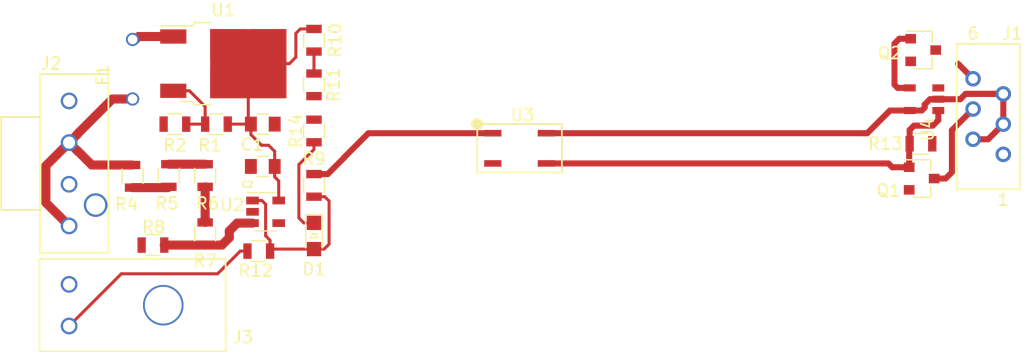
<source format=kicad_pcb>
(kicad_pcb (version 20171130) (host pcbnew 5.0.2-bee76a0~70~ubuntu16.04.1)

  (general
    (thickness 1.6)
    (drawings 0)
    (tracks 114)
    (zones 0)
    (modules 26)
    (nets 21)
  )

  (page A4)
  (layers
    (0 F.Cu signal)
    (31 B.Cu signal)
    (32 B.Adhes user)
    (33 F.Adhes user)
    (34 B.Paste user)
    (35 F.Paste user)
    (36 B.SilkS user)
    (37 F.SilkS user)
    (38 B.Mask user)
    (39 F.Mask user)
    (40 Dwgs.User user)
    (41 Cmts.User user)
    (42 Eco1.User user)
    (43 Eco2.User user)
    (44 Edge.Cuts user)
    (45 Margin user)
    (46 B.CrtYd user)
    (47 F.CrtYd user)
    (48 B.Fab user)
    (49 F.Fab user)
  )

  (setup
    (last_trace_width 0.508)
    (user_trace_width 0.1524)
    (user_trace_width 0.254)
    (user_trace_width 0.508)
    (user_trace_width 0.762)
    (trace_clearance 0.1524)
    (zone_clearance 0.508)
    (zone_45_only no)
    (trace_min 0.1524)
    (segment_width 0.2)
    (edge_width 0.15)
    (via_size 0.6096)
    (via_drill 0.3048)
    (via_min_size 0.6096)
    (via_min_drill 0.3048)
    (uvia_size 0.3)
    (uvia_drill 0.1)
    (uvias_allowed no)
    (uvia_min_size 0.2)
    (uvia_min_drill 0.1)
    (pcb_text_width 0.3)
    (pcb_text_size 1.5 1.5)
    (mod_edge_width 0.15)
    (mod_text_size 1 1)
    (mod_text_width 0.15)
    (pad_size 1.524 1.524)
    (pad_drill 0.762)
    (pad_to_mask_clearance 0.051)
    (solder_mask_min_width 0.25)
    (aux_axis_origin 0 0)
    (visible_elements FFFFFF7F)
    (pcbplotparams
      (layerselection 0x010fc_ffffffff)
      (usegerberextensions false)
      (usegerberattributes false)
      (usegerberadvancedattributes false)
      (creategerberjobfile false)
      (excludeedgelayer true)
      (linewidth 0.100000)
      (plotframeref false)
      (viasonmask false)
      (mode 1)
      (useauxorigin false)
      (hpglpennumber 1)
      (hpglpenspeed 20)
      (hpglpendiameter 15.000000)
      (psnegative false)
      (psa4output false)
      (plotreference true)
      (plotvalue true)
      (plotinvisibletext false)
      (padsonsilk false)
      (subtractmaskfromsilk false)
      (outputformat 1)
      (mirror false)
      (drillshape 1)
      (scaleselection 1)
      (outputdirectory ""))
  )

  (net 0 "")
  (net 1 /AIL-)
  (net 2 /5V)
  (net 3 "Net-(D1-Pad2)")
  (net 4 "Net-(D1-Pad1)")
  (net 5 "Net-(F1-Pad1)")
  (net 6 /TS+)
  (net 7 /GLV+)
  (net 8 /AIL+)
  (net 9 GND)
  (net 10 /TSAL_RED-)
  (net 11 /TSAL_GREEN-)
  (net 12 /TSAL_FLAG)
  (net 13 "Net-(Q2-Pad1)")
  (net 14 "Net-(R1-Pad2)")
  (net 15 "Net-(R4-Pad1)")
  (net 16 "Net-(R5-Pad1)")
  (net 17 "Net-(R6-Pad1)")
  (net 18 "Net-(R10-Pad1)")
  (net 19 "Net-(R7-Pad1)")
  (net 20 "Net-(R9-Pad1)")

  (net_class Default "This is the default net class."
    (clearance 0.1524)
    (trace_width 0.1524)
    (via_dia 0.6096)
    (via_drill 0.3048)
    (uvia_dia 0.3)
    (uvia_drill 0.1)
    (add_net /5V)
    (add_net /AIL+)
    (add_net /AIL-)
    (add_net /GLV+)
    (add_net /TS+)
    (add_net /TSAL_FLAG)
    (add_net /TSAL_GREEN-)
    (add_net /TSAL_RED-)
    (add_net GND)
    (add_net "Net-(D1-Pad1)")
    (add_net "Net-(D1-Pad2)")
    (add_net "Net-(F1-Pad1)")
    (add_net "Net-(Q2-Pad1)")
    (add_net "Net-(R1-Pad2)")
    (add_net "Net-(R10-Pad1)")
    (add_net "Net-(R4-Pad1)")
    (add_net "Net-(R5-Pad1)")
    (add_net "Net-(R6-Pad1)")
    (add_net "Net-(R7-Pad1)")
    (add_net "Net-(R9-Pad1)")
  )

  (module footprints:C_0805_OEM (layer F.Cu) (tedit 5C3D8347) (tstamp 5C503489)
    (at 135.906 45.72)
    (descr "Capacitor SMD 0805, reflow soldering, AVX (see smccp.pdf)")
    (tags "capacitor 0805")
    (path /5C34694E)
    (attr smd)
    (fp_text reference C1 (at -0.889 1.7272) (layer F.SilkS)
      (effects (font (size 1 1) (thickness 0.15)))
    )
    (fp_text value C_1uF (at 0 1.75) (layer F.Fab) hide
      (effects (font (size 1 1) (thickness 0.15)))
    )
    (fp_line (start 1.75 0.87) (end -1.75 0.87) (layer F.CrtYd) (width 0.05))
    (fp_line (start 1.75 0.87) (end 1.75 -0.88) (layer F.CrtYd) (width 0.05))
    (fp_line (start -1.75 -0.88) (end -1.75 0.87) (layer F.CrtYd) (width 0.05))
    (fp_line (start -1.75 -0.88) (end 1.75 -0.88) (layer F.CrtYd) (width 0.05))
    (fp_line (start -0.5 0.85) (end 0.5 0.85) (layer F.SilkS) (width 0.12))
    (fp_line (start 0.5 -0.85) (end -0.5 -0.85) (layer F.SilkS) (width 0.12))
    (fp_line (start -1 -0.62) (end 1 -0.62) (layer F.Fab) (width 0.1))
    (fp_line (start 1 -0.62) (end 1 0.62) (layer F.Fab) (width 0.1))
    (fp_line (start 1 0.62) (end -1 0.62) (layer F.Fab) (width 0.1))
    (fp_line (start -1 0.62) (end -1 -0.62) (layer F.Fab) (width 0.1))
    (pad 2 smd rect (at 1 0) (size 1 1.25) (layers F.Cu F.Paste F.Mask)
      (net 1 /AIL-))
    (pad 1 smd rect (at -1 0) (size 1 1.25) (layers F.Cu F.Paste F.Mask)
      (net 2 /5V))
    (model /home/josh/Formula/OEM_Preferred_Parts/3DModels/C_0805_OEM/C_0805.wrl
      (at (xyz 0 0 0))
      (scale (xyz 1 1 1))
      (rotate (xyz 0 0 0))
    )
    (model ${LOCAL_DIR}/OEM_Preferred_Parts/3DModels/C_0805_OEM/C_0805.step
      (at (xyz 0 0 0))
      (scale (xyz 1 1 1))
      (rotate (xyz 0 0 0))
    )
  )

  (module footprints:C_0805_OEM (layer F.Cu) (tedit 5C4FC2A9) (tstamp 5C503499)
    (at 135.906 49.276)
    (descr "Capacitor SMD 0805, reflow soldering, AVX (see smccp.pdf)")
    (tags "capacitor 0805")
    (path /5C34C7FF)
    (attr smd)
    (fp_text reference C2 (at -1.286 1.524) (layer F.SilkS)
      (effects (font (size 0.5 0.5) (thickness 0.125)))
    )
    (fp_text value C_10uF (at 0 1.75) (layer F.Fab) hide
      (effects (font (size 1 1) (thickness 0.15)))
    )
    (fp_line (start -1 0.62) (end -1 -0.62) (layer F.Fab) (width 0.1))
    (fp_line (start 1 0.62) (end -1 0.62) (layer F.Fab) (width 0.1))
    (fp_line (start 1 -0.62) (end 1 0.62) (layer F.Fab) (width 0.1))
    (fp_line (start -1 -0.62) (end 1 -0.62) (layer F.Fab) (width 0.1))
    (fp_line (start 0.5 -0.85) (end -0.5 -0.85) (layer F.SilkS) (width 0.12))
    (fp_line (start -0.5 0.85) (end 0.5 0.85) (layer F.SilkS) (width 0.12))
    (fp_line (start -1.75 -0.88) (end 1.75 -0.88) (layer F.CrtYd) (width 0.05))
    (fp_line (start -1.75 -0.88) (end -1.75 0.87) (layer F.CrtYd) (width 0.05))
    (fp_line (start 1.75 0.87) (end 1.75 -0.88) (layer F.CrtYd) (width 0.05))
    (fp_line (start 1.75 0.87) (end -1.75 0.87) (layer F.CrtYd) (width 0.05))
    (pad 1 smd rect (at -1 0) (size 1 1.25) (layers F.Cu F.Paste F.Mask)
      (net 1 /AIL-))
    (pad 2 smd rect (at 1 0) (size 1 1.25) (layers F.Cu F.Paste F.Mask)
      (net 2 /5V))
    (model /home/josh/Formula/OEM_Preferred_Parts/3DModels/C_0805_OEM/C_0805.wrl
      (at (xyz 0 0 0))
      (scale (xyz 1 1 1))
      (rotate (xyz 0 0 0))
    )
    (model ${LOCAL_DIR}/OEM_Preferred_Parts/3DModels/C_0805_OEM/C_0805.step
      (at (xyz 0 0 0))
      (scale (xyz 1 1 1))
      (rotate (xyz 0 0 0))
    )
  )

  (module footprints:LED_0805_OEM (layer F.Cu) (tedit 5C3D84D8) (tstamp 5C5034B2)
    (at 140.208 55.118 270)
    (descr "LED 0805 smd package")
    (tags "LED led 0805 SMD smd SMT smt smdled SMDLED smtled SMTLED")
    (path /5C350DC2)
    (attr smd)
    (fp_text reference D1 (at 2.794 0) (layer F.SilkS)
      (effects (font (size 1 1) (thickness 0.15)))
    )
    (fp_text value LED_0805 (at 0.508 2.032 270) (layer F.Fab) hide
      (effects (font (size 1 1) (thickness 0.15)))
    )
    (fp_line (start -0.2 0.35) (end -0.2 0) (layer F.SilkS) (width 0.1))
    (fp_line (start -0.2 0) (end -0.2 -0.35) (layer F.SilkS) (width 0.1))
    (fp_line (start 0.15 0.35) (end -0.2 0) (layer F.SilkS) (width 0.1))
    (fp_line (start 0.15 0.3) (end 0.15 0.35) (layer F.SilkS) (width 0.1))
    (fp_line (start 0.15 0.35) (end 0.15 0.3) (layer F.SilkS) (width 0.1))
    (fp_line (start 0.15 -0.35) (end 0.15 0.3) (layer F.SilkS) (width 0.1))
    (fp_line (start 0.1 -0.3) (end 0.15 -0.35) (layer F.SilkS) (width 0.1))
    (fp_line (start -0.2 0) (end 0.1 -0.3) (layer F.SilkS) (width 0.1))
    (fp_line (start -1.8 -0.7) (end -1.8 0.7) (layer F.SilkS) (width 0.12))
    (fp_line (start 1 0.6) (end -1 0.6) (layer F.Fab) (width 0.1))
    (fp_line (start 1 -0.6) (end 1 0.6) (layer F.Fab) (width 0.1))
    (fp_line (start -1 -0.6) (end 1 -0.6) (layer F.Fab) (width 0.1))
    (fp_line (start -1 0.6) (end -1 -0.6) (layer F.Fab) (width 0.1))
    (fp_line (start -1.8 0.7) (end 1 0.7) (layer F.SilkS) (width 0.12))
    (fp_line (start -1.8 -0.7) (end 1 -0.7) (layer F.SilkS) (width 0.12))
    (fp_line (start 1.95 -0.85) (end 1.95 0.85) (layer F.CrtYd) (width 0.05))
    (fp_line (start 1.95 0.85) (end -1.95 0.85) (layer F.CrtYd) (width 0.05))
    (fp_line (start -1.95 0.85) (end -1.95 -0.85) (layer F.CrtYd) (width 0.05))
    (fp_line (start -1.95 -0.85) (end 1.95 -0.85) (layer F.CrtYd) (width 0.05))
    (pad 2 smd rect (at 1.1 0 90) (size 1.2 1.2) (layers F.Cu F.Paste F.Mask)
      (net 3 "Net-(D1-Pad2)"))
    (pad 1 smd rect (at -1.1 0 90) (size 1.2 1.2) (layers F.Cu F.Paste F.Mask)
      (net 4 "Net-(D1-Pad1)"))
    (model "/home/josh/Formula/OEM_Preferred_Parts/3DModels/LED_0805/LED 0805 Base GREEN001_sp.wrl"
      (at (xyz 0 0 0))
      (scale (xyz 1 1 1))
      (rotate (xyz 0 0 180))
    )
    (model "${LOCAL_DIR}/OEM_Preferred_Parts/3DModels/LED_0805/LED 0805 Base GREEN001_sp.step"
      (at (xyz 0 0 0))
      (scale (xyz 1 1 1))
      (rotate (xyz 0 0 0))
    )
  )

  (module footprints:F_21mA_420V (layer F.Cu) (tedit 5C4FBE80) (tstamp 5C5034C0)
    (at 124.968 38.608 270)
    (path /5C345C38)
    (fp_text reference F1 (at 3 2.5 270) (layer F.SilkS)
      (effects (font (size 1 1) (thickness 0.15)))
    )
    (fp_text value F_21mA_420V (at 1.016 -0.508 270) (layer Dwgs.User) hide
      (effects (font (size 1 1) (thickness 0.15)))
    )
    (fp_line (start -1.5 -1.5) (end 6.5 -1.5) (layer F.CrtYd) (width 0.15))
    (fp_line (start 6.5 -1.5) (end 6.5 1.5) (layer F.CrtYd) (width 0.15))
    (fp_line (start 6.5 1.5) (end -1.5 1.5) (layer F.CrtYd) (width 0.15))
    (fp_line (start -1.5 1.5) (end -1.5 -1.5) (layer F.CrtYd) (width 0.15))
    (fp_line (start -0.75 -1) (end 5.75 -1) (layer F.Fab) (width 0.15))
    (fp_line (start 5.75 -1) (end 5.75 1) (layer F.Fab) (width 0.15))
    (fp_line (start 5.75 1) (end -0.75 1) (layer F.Fab) (width 0.15))
    (fp_line (start -0.75 1) (end -0.75 -1) (layer F.Fab) (width 0.15))
    (pad 1 thru_hole circle (at 0 0 270) (size 1.1176 1.1176) (drill 0.8) (layers *.Cu *.Mask)
      (net 5 "Net-(F1-Pad1)"))
    (pad 2 thru_hole circle (at 5 0 270) (size 1.1176 1.1176) (drill 0.8) (layers *.Cu *.Mask)
      (net 6 /TS+))
  )

  (module footprints:Ultrafit_4 (layer F.Cu) (tedit 59F24F6F) (tstamp 5C5034E7)
    (at 119.634 49.022)
    (path /5C34475B)
    (fp_text reference J2 (at -1.524 -8.382) (layer F.SilkS)
      (effects (font (size 1 1) (thickness 0.15)))
    )
    (fp_text value Ultrafit_4_RA (at 4.572 0.508 90) (layer F.Fab) hide
      (effects (font (size 1 1) (thickness 0.15)))
    )
    (fp_line (start -5.588 -3.81) (end -2.54 -3.81) (layer F.Fab) (width 0.15))
    (fp_line (start -2.54 -3.81) (end -2.54 3.81) (layer F.Fab) (width 0.15))
    (fp_line (start -2.54 3.81) (end -5.588 3.81) (layer F.Fab) (width 0.15))
    (fp_line (start -5.588 3.81) (end -5.588 -3.81) (layer F.Fab) (width 0.15))
    (fp_text user "6.55mm Clearance" (at -4.07 0 90) (layer F.Fab)
      (effects (font (size 0.5 0.5) (thickness 0.08)))
    )
    (fp_line (start -2.42 -3.9) (end -5.73 -3.9) (layer F.SilkS) (width 0.15))
    (fp_line (start -5.73 -3.9) (end -5.73 3.9) (layer F.SilkS) (width 0.15))
    (fp_line (start -5.73 3.9) (end -2.42 3.9) (layer F.SilkS) (width 0.15))
    (fp_line (start -2.42 7.5) (end 3.302 7.5) (layer F.SilkS) (width 0.15))
    (fp_line (start -2.42 -7.5) (end 3.302 -7.5) (layer F.SilkS) (width 0.15))
    (fp_line (start -2.42 7.5) (end -2.42 -7.5) (layer F.SilkS) (width 0.15))
    (fp_line (start 3.302 7.5) (end 3.302 -7.5) (layer F.SilkS) (width 0.15))
    (pad 2 thru_hole circle (at 0 1.75) (size 1.397 1.397) (drill 1.02) (layers *.Cu *.Mask)
      (net 1 /AIL-))
    (pad 1 thru_hole circle (at 0 5.25) (size 1.397 1.397) (drill 1.02) (layers *.Cu *.Mask)
      (net 6 /TS+))
    (pad "" thru_hole circle (at 2.23 3.5) (size 1.981 1.981) (drill 1.6) (layers *.Cu *.Mask))
    (pad 3 thru_hole circle (at 0 -1.75 180) (size 1.397 1.397) (drill 1.02) (layers *.Cu *.Mask)
      (net 6 /TS+))
    (pad 4 thru_hole circle (at 0 -5.25 180) (size 1.397 1.397) (drill 1.02) (layers *.Cu *.Mask)
      (net 1 /AIL-))
  )

  (module footprints:SOT-23F (layer F.Cu) (tedit 59F24B04) (tstamp 5C5034FB)
    (at 191.262 50.292)
    (descr "SOT-23, Standard")
    (tags SOT-23)
    (path /5C35DADB)
    (attr smd)
    (fp_text reference Q1 (at -2.794 1.016) (layer F.SilkS)
      (effects (font (size 1 1) (thickness 0.15)))
    )
    (fp_text value SSM3K333R (at 0 2.5) (layer F.Fab) hide
      (effects (font (size 1 1) (thickness 0.15)))
    )
    (fp_line (start 0.76 1.58) (end -0.7 1.58) (layer F.SilkS) (width 0.12))
    (fp_line (start 0.76 -1.58) (end -1.4 -1.58) (layer F.SilkS) (width 0.12))
    (fp_line (start -1.7 1.75) (end -1.7 -1.75) (layer F.CrtYd) (width 0.05))
    (fp_line (start 1.7 1.75) (end -1.7 1.75) (layer F.CrtYd) (width 0.05))
    (fp_line (start 1.7 -1.75) (end 1.7 1.75) (layer F.CrtYd) (width 0.05))
    (fp_line (start -1.7 -1.75) (end 1.7 -1.75) (layer F.CrtYd) (width 0.05))
    (fp_line (start 0.76 -1.58) (end 0.76 -0.65) (layer F.SilkS) (width 0.12))
    (fp_line (start 0.76 1.58) (end 0.76 0.65) (layer F.SilkS) (width 0.12))
    (fp_line (start -0.7 1.52) (end 0.7 1.52) (layer F.Fab) (width 0.1))
    (fp_line (start 0.7 -1.52) (end 0.7 1.52) (layer F.Fab) (width 0.1))
    (fp_line (start -0.7 -0.95) (end -0.15 -1.52) (layer F.Fab) (width 0.1))
    (fp_line (start -0.15 -1.52) (end 0.7 -1.52) (layer F.Fab) (width 0.1))
    (fp_line (start -0.7 -0.95) (end -0.7 1.5) (layer F.Fab) (width 0.1))
    (pad 3 smd rect (at 1.05 0) (size 0.9 0.8) (layers F.Cu F.Paste F.Mask)
      (net 10 /TSAL_RED-))
    (pad 2 smd rect (at -1.05 0.95) (size 0.9 0.8) (layers F.Cu F.Paste F.Mask)
      (net 9 GND))
    (pad 1 smd rect (at -1.05 -0.95) (size 0.9 0.8) (layers F.Cu F.Paste F.Mask)
      (net 12 /TSAL_FLAG))
    (model /home/josh/Formula/OEM_Preferred_Parts/3DModels/SOT-23_OEM/SOT-23.wrl
      (at (xyz 0 0 0))
      (scale (xyz 1 1 1))
      (rotate (xyz 0 0 0))
    )
  )

  (module footprints:SOT-23F (layer F.Cu) (tedit 59F24B04) (tstamp 5C50350F)
    (at 191.389 39.497)
    (descr "SOT-23, Standard")
    (tags SOT-23)
    (path /5C4A2AA6)
    (attr smd)
    (fp_text reference Q2 (at -2.794 0.254) (layer F.SilkS)
      (effects (font (size 1 1) (thickness 0.15)))
    )
    (fp_text value SSM3K333R (at 0 2.5) (layer F.Fab) hide
      (effects (font (size 1 1) (thickness 0.15)))
    )
    (fp_line (start -0.7 -0.95) (end -0.7 1.5) (layer F.Fab) (width 0.1))
    (fp_line (start -0.15 -1.52) (end 0.7 -1.52) (layer F.Fab) (width 0.1))
    (fp_line (start -0.7 -0.95) (end -0.15 -1.52) (layer F.Fab) (width 0.1))
    (fp_line (start 0.7 -1.52) (end 0.7 1.52) (layer F.Fab) (width 0.1))
    (fp_line (start -0.7 1.52) (end 0.7 1.52) (layer F.Fab) (width 0.1))
    (fp_line (start 0.76 1.58) (end 0.76 0.65) (layer F.SilkS) (width 0.12))
    (fp_line (start 0.76 -1.58) (end 0.76 -0.65) (layer F.SilkS) (width 0.12))
    (fp_line (start -1.7 -1.75) (end 1.7 -1.75) (layer F.CrtYd) (width 0.05))
    (fp_line (start 1.7 -1.75) (end 1.7 1.75) (layer F.CrtYd) (width 0.05))
    (fp_line (start 1.7 1.75) (end -1.7 1.75) (layer F.CrtYd) (width 0.05))
    (fp_line (start -1.7 1.75) (end -1.7 -1.75) (layer F.CrtYd) (width 0.05))
    (fp_line (start 0.76 -1.58) (end -1.4 -1.58) (layer F.SilkS) (width 0.12))
    (fp_line (start 0.76 1.58) (end -0.7 1.58) (layer F.SilkS) (width 0.12))
    (pad 1 smd rect (at -1.05 -0.95) (size 0.9 0.8) (layers F.Cu F.Paste F.Mask)
      (net 13 "Net-(Q2-Pad1)"))
    (pad 2 smd rect (at -1.05 0.95) (size 0.9 0.8) (layers F.Cu F.Paste F.Mask)
      (net 9 GND))
    (pad 3 smd rect (at 1.05 0) (size 0.9 0.8) (layers F.Cu F.Paste F.Mask)
      (net 11 /TSAL_GREEN-))
    (model /home/josh/Formula/OEM_Preferred_Parts/3DModels/SOT-23_OEM/SOT-23.wrl
      (at (xyz 0 0 0))
      (scale (xyz 1 1 1))
      (rotate (xyz 0 0 0))
    )
  )

  (module footprints:R_0805_OEM (layer F.Cu) (tedit 5C3D844D) (tstamp 5C50351F)
    (at 132.014 45.72 180)
    (descr "Resistor SMD 0805, reflow soldering, Vishay (see dcrcw.pdf)")
    (tags "resistor 0805")
    (path /5C3461BE)
    (attr smd)
    (fp_text reference R1 (at 0.558999 -1.778 180) (layer F.SilkS)
      (effects (font (size 1 1) (thickness 0.15)))
    )
    (fp_text value R_1K (at 0 1.75 180) (layer F.Fab) hide
      (effects (font (size 1 1) (thickness 0.15)))
    )
    (fp_line (start -1 0.62) (end -1 -0.62) (layer F.Fab) (width 0.1))
    (fp_line (start 1 0.62) (end -1 0.62) (layer F.Fab) (width 0.1))
    (fp_line (start 1 -0.62) (end 1 0.62) (layer F.Fab) (width 0.1))
    (fp_line (start -1 -0.62) (end 1 -0.62) (layer F.Fab) (width 0.1))
    (fp_line (start 0.6 0.88) (end -0.6 0.88) (layer F.SilkS) (width 0.12))
    (fp_line (start -0.6 -0.88) (end 0.6 -0.88) (layer F.SilkS) (width 0.12))
    (fp_line (start -1.55 -0.9) (end 1.55 -0.9) (layer F.CrtYd) (width 0.05))
    (fp_line (start -1.55 -0.9) (end -1.55 0.9) (layer F.CrtYd) (width 0.05))
    (fp_line (start 1.55 0.9) (end 1.55 -0.9) (layer F.CrtYd) (width 0.05))
    (fp_line (start 1.55 0.9) (end -1.55 0.9) (layer F.CrtYd) (width 0.05))
    (pad 1 smd rect (at -0.95 0 180) (size 0.7 1.3) (layers F.Cu F.Paste F.Mask)
      (net 2 /5V))
    (pad 2 smd rect (at 0.95 0 180) (size 0.7 1.3) (layers F.Cu F.Paste F.Mask)
      (net 14 "Net-(R1-Pad2)"))
    (model "/home/josh/Formula/OEM_Preferred_Parts/3DModels/WRL Files/res0805.wrl"
      (at (xyz 0 0 0))
      (scale (xyz 1 1 1))
      (rotate (xyz 0 0 0))
    )
    (model ${LOCAL_DIR}/OEM_Preferred_Parts/3DModels/R_0805_OEM/res0805.step
      (at (xyz 0 0 0))
      (scale (xyz 1 1 1))
      (rotate (xyz 0 0 0))
    )
  )

  (module footprints:R_0805_OEM (layer F.Cu) (tedit 5C3D844D) (tstamp 5C50352F)
    (at 128.524 45.72 180)
    (descr "Resistor SMD 0805, reflow soldering, Vishay (see dcrcw.pdf)")
    (tags "resistor 0805")
    (path /5C34664B)
    (attr smd)
    (fp_text reference R2 (at 0 -1.778 180) (layer F.SilkS)
      (effects (font (size 1 1) (thickness 0.15)))
    )
    (fp_text value R_3K (at 0 1.75 180) (layer F.Fab) hide
      (effects (font (size 1 1) (thickness 0.15)))
    )
    (fp_line (start 1.55 0.9) (end -1.55 0.9) (layer F.CrtYd) (width 0.05))
    (fp_line (start 1.55 0.9) (end 1.55 -0.9) (layer F.CrtYd) (width 0.05))
    (fp_line (start -1.55 -0.9) (end -1.55 0.9) (layer F.CrtYd) (width 0.05))
    (fp_line (start -1.55 -0.9) (end 1.55 -0.9) (layer F.CrtYd) (width 0.05))
    (fp_line (start -0.6 -0.88) (end 0.6 -0.88) (layer F.SilkS) (width 0.12))
    (fp_line (start 0.6 0.88) (end -0.6 0.88) (layer F.SilkS) (width 0.12))
    (fp_line (start -1 -0.62) (end 1 -0.62) (layer F.Fab) (width 0.1))
    (fp_line (start 1 -0.62) (end 1 0.62) (layer F.Fab) (width 0.1))
    (fp_line (start 1 0.62) (end -1 0.62) (layer F.Fab) (width 0.1))
    (fp_line (start -1 0.62) (end -1 -0.62) (layer F.Fab) (width 0.1))
    (pad 2 smd rect (at 0.95 0 180) (size 0.7 1.3) (layers F.Cu F.Paste F.Mask)
      (net 1 /AIL-))
    (pad 1 smd rect (at -0.95 0 180) (size 0.7 1.3) (layers F.Cu F.Paste F.Mask)
      (net 14 "Net-(R1-Pad2)"))
    (model "/home/josh/Formula/OEM_Preferred_Parts/3DModels/WRL Files/res0805.wrl"
      (at (xyz 0 0 0))
      (scale (xyz 1 1 1))
      (rotate (xyz 0 0 0))
    )
    (model ${LOCAL_DIR}/OEM_Preferred_Parts/3DModels/R_0805_OEM/res0805.step
      (at (xyz 0 0 0))
      (scale (xyz 1 1 1))
      (rotate (xyz 0 0 0))
    )
  )

  (module footprints:R_0805_OEM (layer F.Cu) (tedit 5C3D844D) (tstamp 5C503550)
    (at 124.968 50.104 90)
    (descr "Resistor SMD 0805, reflow soldering, Vishay (see dcrcw.pdf)")
    (tags "resistor 0805")
    (path /5C347C54)
    (attr smd)
    (fp_text reference R4 (at -2.352 -0.508 180) (layer F.SilkS)
      (effects (font (size 1 1) (thickness 0.15)))
    )
    (fp_text value R_270K (at 0 1.75 90) (layer F.Fab) hide
      (effects (font (size 1 1) (thickness 0.15)))
    )
    (fp_line (start -1 0.62) (end -1 -0.62) (layer F.Fab) (width 0.1))
    (fp_line (start 1 0.62) (end -1 0.62) (layer F.Fab) (width 0.1))
    (fp_line (start 1 -0.62) (end 1 0.62) (layer F.Fab) (width 0.1))
    (fp_line (start -1 -0.62) (end 1 -0.62) (layer F.Fab) (width 0.1))
    (fp_line (start 0.6 0.88) (end -0.6 0.88) (layer F.SilkS) (width 0.12))
    (fp_line (start -0.6 -0.88) (end 0.6 -0.88) (layer F.SilkS) (width 0.12))
    (fp_line (start -1.55 -0.9) (end 1.55 -0.9) (layer F.CrtYd) (width 0.05))
    (fp_line (start -1.55 -0.9) (end -1.55 0.9) (layer F.CrtYd) (width 0.05))
    (fp_line (start 1.55 0.9) (end 1.55 -0.9) (layer F.CrtYd) (width 0.05))
    (fp_line (start 1.55 0.9) (end -1.55 0.9) (layer F.CrtYd) (width 0.05))
    (pad 1 smd rect (at -0.95 0 90) (size 0.7 1.3) (layers F.Cu F.Paste F.Mask)
      (net 15 "Net-(R4-Pad1)"))
    (pad 2 smd rect (at 0.95 0 90) (size 0.7 1.3) (layers F.Cu F.Paste F.Mask)
      (net 6 /TS+))
    (model "/home/josh/Formula/OEM_Preferred_Parts/3DModels/WRL Files/res0805.wrl"
      (at (xyz 0 0 0))
      (scale (xyz 1 1 1))
      (rotate (xyz 0 0 0))
    )
    (model ${LOCAL_DIR}/OEM_Preferred_Parts/3DModels/R_0805_OEM/res0805.step
      (at (xyz 0 0 0))
      (scale (xyz 1 1 1))
      (rotate (xyz 0 0 0))
    )
  )

  (module footprints:R_0805_OEM (layer F.Cu) (tedit 5C3D844D) (tstamp 5C503560)
    (at 128.016 50.038 270)
    (descr "Resistor SMD 0805, reflow soldering, Vishay (see dcrcw.pdf)")
    (tags "resistor 0805")
    (path /5C347A18)
    (attr smd)
    (fp_text reference R5 (at 2.347 0.1524) (layer F.SilkS)
      (effects (font (size 1 1) (thickness 0.15)))
    )
    (fp_text value R_270K (at 0 1.75 270) (layer F.Fab) hide
      (effects (font (size 1 1) (thickness 0.15)))
    )
    (fp_line (start -1 0.62) (end -1 -0.62) (layer F.Fab) (width 0.1))
    (fp_line (start 1 0.62) (end -1 0.62) (layer F.Fab) (width 0.1))
    (fp_line (start 1 -0.62) (end 1 0.62) (layer F.Fab) (width 0.1))
    (fp_line (start -1 -0.62) (end 1 -0.62) (layer F.Fab) (width 0.1))
    (fp_line (start 0.6 0.88) (end -0.6 0.88) (layer F.SilkS) (width 0.12))
    (fp_line (start -0.6 -0.88) (end 0.6 -0.88) (layer F.SilkS) (width 0.12))
    (fp_line (start -1.55 -0.9) (end 1.55 -0.9) (layer F.CrtYd) (width 0.05))
    (fp_line (start -1.55 -0.9) (end -1.55 0.9) (layer F.CrtYd) (width 0.05))
    (fp_line (start 1.55 0.9) (end 1.55 -0.9) (layer F.CrtYd) (width 0.05))
    (fp_line (start 1.55 0.9) (end -1.55 0.9) (layer F.CrtYd) (width 0.05))
    (pad 1 smd rect (at -0.95 0 270) (size 0.7 1.3) (layers F.Cu F.Paste F.Mask)
      (net 16 "Net-(R5-Pad1)"))
    (pad 2 smd rect (at 0.95 0 270) (size 0.7 1.3) (layers F.Cu F.Paste F.Mask)
      (net 15 "Net-(R4-Pad1)"))
    (model "/home/josh/Formula/OEM_Preferred_Parts/3DModels/WRL Files/res0805.wrl"
      (at (xyz 0 0 0))
      (scale (xyz 1 1 1))
      (rotate (xyz 0 0 0))
    )
    (model ${LOCAL_DIR}/OEM_Preferred_Parts/3DModels/R_0805_OEM/res0805.step
      (at (xyz 0 0 0))
      (scale (xyz 1 1 1))
      (rotate (xyz 0 0 0))
    )
  )

  (module footprints:R_0805_OEM (layer F.Cu) (tedit 5C3D844D) (tstamp 5C503570)
    (at 131.064 50.038 90)
    (descr "Resistor SMD 0805, reflow soldering, Vishay (see dcrcw.pdf)")
    (tags "resistor 0805")
    (path /5C347ABC)
    (attr smd)
    (fp_text reference R6 (at -2.352 0.2032 180) (layer F.SilkS)
      (effects (font (size 1 1) (thickness 0.15)))
    )
    (fp_text value R_270K (at 0 1.75 90) (layer F.Fab) hide
      (effects (font (size 1 1) (thickness 0.15)))
    )
    (fp_line (start 1.55 0.9) (end -1.55 0.9) (layer F.CrtYd) (width 0.05))
    (fp_line (start 1.55 0.9) (end 1.55 -0.9) (layer F.CrtYd) (width 0.05))
    (fp_line (start -1.55 -0.9) (end -1.55 0.9) (layer F.CrtYd) (width 0.05))
    (fp_line (start -1.55 -0.9) (end 1.55 -0.9) (layer F.CrtYd) (width 0.05))
    (fp_line (start -0.6 -0.88) (end 0.6 -0.88) (layer F.SilkS) (width 0.12))
    (fp_line (start 0.6 0.88) (end -0.6 0.88) (layer F.SilkS) (width 0.12))
    (fp_line (start -1 -0.62) (end 1 -0.62) (layer F.Fab) (width 0.1))
    (fp_line (start 1 -0.62) (end 1 0.62) (layer F.Fab) (width 0.1))
    (fp_line (start 1 0.62) (end -1 0.62) (layer F.Fab) (width 0.1))
    (fp_line (start -1 0.62) (end -1 -0.62) (layer F.Fab) (width 0.1))
    (pad 2 smd rect (at 0.95 0 90) (size 0.7 1.3) (layers F.Cu F.Paste F.Mask)
      (net 16 "Net-(R5-Pad1)"))
    (pad 1 smd rect (at -0.95 0 90) (size 0.7 1.3) (layers F.Cu F.Paste F.Mask)
      (net 17 "Net-(R6-Pad1)"))
    (model "/home/josh/Formula/OEM_Preferred_Parts/3DModels/WRL Files/res0805.wrl"
      (at (xyz 0 0 0))
      (scale (xyz 1 1 1))
      (rotate (xyz 0 0 0))
    )
    (model ${LOCAL_DIR}/OEM_Preferred_Parts/3DModels/R_0805_OEM/res0805.step
      (at (xyz 0 0 0))
      (scale (xyz 1 1 1))
      (rotate (xyz 0 0 0))
    )
  )

  (module footprints:R_0805_OEM (layer F.Cu) (tedit 5C3D844D) (tstamp 5C503580)
    (at 131.064 54.93 90)
    (descr "Resistor SMD 0805, reflow soldering, Vishay (see dcrcw.pdf)")
    (tags "resistor 0805")
    (path /5C348024)
    (attr smd)
    (fp_text reference R7 (at -2.286 0 -180) (layer F.SilkS)
      (effects (font (size 1 1) (thickness 0.15)))
    )
    (fp_text value R_178K (at 0 1.75 90) (layer F.Fab) hide
      (effects (font (size 1 1) (thickness 0.15)))
    )
    (fp_line (start 1.55 0.9) (end -1.55 0.9) (layer F.CrtYd) (width 0.05))
    (fp_line (start 1.55 0.9) (end 1.55 -0.9) (layer F.CrtYd) (width 0.05))
    (fp_line (start -1.55 -0.9) (end -1.55 0.9) (layer F.CrtYd) (width 0.05))
    (fp_line (start -1.55 -0.9) (end 1.55 -0.9) (layer F.CrtYd) (width 0.05))
    (fp_line (start -0.6 -0.88) (end 0.6 -0.88) (layer F.SilkS) (width 0.12))
    (fp_line (start 0.6 0.88) (end -0.6 0.88) (layer F.SilkS) (width 0.12))
    (fp_line (start -1 -0.62) (end 1 -0.62) (layer F.Fab) (width 0.1))
    (fp_line (start 1 -0.62) (end 1 0.62) (layer F.Fab) (width 0.1))
    (fp_line (start 1 0.62) (end -1 0.62) (layer F.Fab) (width 0.1))
    (fp_line (start -1 0.62) (end -1 -0.62) (layer F.Fab) (width 0.1))
    (pad 2 smd rect (at 0.95 0 90) (size 0.7 1.3) (layers F.Cu F.Paste F.Mask)
      (net 17 "Net-(R6-Pad1)"))
    (pad 1 smd rect (at -0.95 0 90) (size 0.7 1.3) (layers F.Cu F.Paste F.Mask)
      (net 19 "Net-(R7-Pad1)"))
    (model "/home/josh/Formula/OEM_Preferred_Parts/3DModels/WRL Files/res0805.wrl"
      (at (xyz 0 0 0))
      (scale (xyz 1 1 1))
      (rotate (xyz 0 0 0))
    )
    (model ${LOCAL_DIR}/OEM_Preferred_Parts/3DModels/R_0805_OEM/res0805.step
      (at (xyz 0 0 0))
      (scale (xyz 1 1 1))
      (rotate (xyz 0 0 0))
    )
  )

  (module footprints:R_0805_OEM (layer F.Cu) (tedit 5C3D844D) (tstamp 5C503590)
    (at 126.68 55.88 180)
    (descr "Resistor SMD 0805, reflow soldering, Vishay (see dcrcw.pdf)")
    (tags "resistor 0805")
    (path /5C348E11)
    (attr smd)
    (fp_text reference R8 (at -0.066 1.524) (layer F.SilkS)
      (effects (font (size 1 1) (thickness 0.15)))
    )
    (fp_text value R_10K (at 0 1.75 180) (layer F.Fab) hide
      (effects (font (size 1 1) (thickness 0.15)))
    )
    (fp_line (start -1 0.62) (end -1 -0.62) (layer F.Fab) (width 0.1))
    (fp_line (start 1 0.62) (end -1 0.62) (layer F.Fab) (width 0.1))
    (fp_line (start 1 -0.62) (end 1 0.62) (layer F.Fab) (width 0.1))
    (fp_line (start -1 -0.62) (end 1 -0.62) (layer F.Fab) (width 0.1))
    (fp_line (start 0.6 0.88) (end -0.6 0.88) (layer F.SilkS) (width 0.12))
    (fp_line (start -0.6 -0.88) (end 0.6 -0.88) (layer F.SilkS) (width 0.12))
    (fp_line (start -1.55 -0.9) (end 1.55 -0.9) (layer F.CrtYd) (width 0.05))
    (fp_line (start -1.55 -0.9) (end -1.55 0.9) (layer F.CrtYd) (width 0.05))
    (fp_line (start 1.55 0.9) (end 1.55 -0.9) (layer F.CrtYd) (width 0.05))
    (fp_line (start 1.55 0.9) (end -1.55 0.9) (layer F.CrtYd) (width 0.05))
    (pad 1 smd rect (at -0.95 0 180) (size 0.7 1.3) (layers F.Cu F.Paste F.Mask)
      (net 19 "Net-(R7-Pad1)"))
    (pad 2 smd rect (at 0.95 0 180) (size 0.7 1.3) (layers F.Cu F.Paste F.Mask)
      (net 1 /AIL-))
    (model "/home/josh/Formula/OEM_Preferred_Parts/3DModels/WRL Files/res0805.wrl"
      (at (xyz 0 0 0))
      (scale (xyz 1 1 1))
      (rotate (xyz 0 0 0))
    )
    (model ${LOCAL_DIR}/OEM_Preferred_Parts/3DModels/R_0805_OEM/res0805.step
      (at (xyz 0 0 0))
      (scale (xyz 1 1 1))
      (rotate (xyz 0 0 0))
    )
  )

  (module footprints:R_0805_OEM (layer F.Cu) (tedit 5C3D844D) (tstamp 5C5035A0)
    (at 140.208 50.866 270)
    (descr "Resistor SMD 0805, reflow soldering, Vishay (see dcrcw.pdf)")
    (tags "resistor 0805")
    (path /5C352B55)
    (attr smd)
    (fp_text reference R9 (at -2.22 0) (layer F.SilkS)
      (effects (font (size 1 1) (thickness 0.15)))
    )
    (fp_text value R_499 (at 0 1.75 270) (layer F.Fab) hide
      (effects (font (size 1 1) (thickness 0.15)))
    )
    (fp_line (start -1 0.62) (end -1 -0.62) (layer F.Fab) (width 0.1))
    (fp_line (start 1 0.62) (end -1 0.62) (layer F.Fab) (width 0.1))
    (fp_line (start 1 -0.62) (end 1 0.62) (layer F.Fab) (width 0.1))
    (fp_line (start -1 -0.62) (end 1 -0.62) (layer F.Fab) (width 0.1))
    (fp_line (start 0.6 0.88) (end -0.6 0.88) (layer F.SilkS) (width 0.12))
    (fp_line (start -0.6 -0.88) (end 0.6 -0.88) (layer F.SilkS) (width 0.12))
    (fp_line (start -1.55 -0.9) (end 1.55 -0.9) (layer F.CrtYd) (width 0.05))
    (fp_line (start -1.55 -0.9) (end -1.55 0.9) (layer F.CrtYd) (width 0.05))
    (fp_line (start 1.55 0.9) (end 1.55 -0.9) (layer F.CrtYd) (width 0.05))
    (fp_line (start 1.55 0.9) (end -1.55 0.9) (layer F.CrtYd) (width 0.05))
    (pad 1 smd rect (at -0.95 0 270) (size 0.7 1.3) (layers F.Cu F.Paste F.Mask)
      (net 20 "Net-(R9-Pad1)"))
    (pad 2 smd rect (at 0.95 0 270) (size 0.7 1.3) (layers F.Cu F.Paste F.Mask)
      (net 3 "Net-(D1-Pad2)"))
    (model "/home/josh/Formula/OEM_Preferred_Parts/3DModels/WRL Files/res0805.wrl"
      (at (xyz 0 0 0))
      (scale (xyz 1 1 1))
      (rotate (xyz 0 0 0))
    )
    (model ${LOCAL_DIR}/OEM_Preferred_Parts/3DModels/R_0805_OEM/res0805.step
      (at (xyz 0 0 0))
      (scale (xyz 1 1 1))
      (rotate (xyz 0 0 0))
    )
  )

  (module footprints:R_0805_OEM (layer F.Cu) (tedit 5C3D844D) (tstamp 5C5035B0)
    (at 140.208 38.674 90)
    (descr "Resistor SMD 0805, reflow soldering, Vishay (see dcrcw.pdf)")
    (tags "resistor 0805")
    (path /5C349D22)
    (attr smd)
    (fp_text reference R10 (at 0 1.778 90) (layer F.SilkS)
      (effects (font (size 1 1) (thickness 0.15)))
    )
    (fp_text value R_1K (at 0 1.75 90) (layer F.Fab) hide
      (effects (font (size 1 1) (thickness 0.15)))
    )
    (fp_line (start 1.55 0.9) (end -1.55 0.9) (layer F.CrtYd) (width 0.05))
    (fp_line (start 1.55 0.9) (end 1.55 -0.9) (layer F.CrtYd) (width 0.05))
    (fp_line (start -1.55 -0.9) (end -1.55 0.9) (layer F.CrtYd) (width 0.05))
    (fp_line (start -1.55 -0.9) (end 1.55 -0.9) (layer F.CrtYd) (width 0.05))
    (fp_line (start -0.6 -0.88) (end 0.6 -0.88) (layer F.SilkS) (width 0.12))
    (fp_line (start 0.6 0.88) (end -0.6 0.88) (layer F.SilkS) (width 0.12))
    (fp_line (start -1 -0.62) (end 1 -0.62) (layer F.Fab) (width 0.1))
    (fp_line (start 1 -0.62) (end 1 0.62) (layer F.Fab) (width 0.1))
    (fp_line (start 1 0.62) (end -1 0.62) (layer F.Fab) (width 0.1))
    (fp_line (start -1 0.62) (end -1 -0.62) (layer F.Fab) (width 0.1))
    (pad 2 smd rect (at 0.95 0 90) (size 0.7 1.3) (layers F.Cu F.Paste F.Mask)
      (net 2 /5V))
    (pad 1 smd rect (at -0.95 0 90) (size 0.7 1.3) (layers F.Cu F.Paste F.Mask)
      (net 18 "Net-(R10-Pad1)"))
    (model "/home/josh/Formula/OEM_Preferred_Parts/3DModels/WRL Files/res0805.wrl"
      (at (xyz 0 0 0))
      (scale (xyz 1 1 1))
      (rotate (xyz 0 0 0))
    )
    (model ${LOCAL_DIR}/OEM_Preferred_Parts/3DModels/R_0805_OEM/res0805.step
      (at (xyz 0 0 0))
      (scale (xyz 1 1 1))
      (rotate (xyz 0 0 0))
    )
  )

  (module footprints:R_0805_OEM (layer F.Cu) (tedit 5C3D844D) (tstamp 5C5035C0)
    (at 140.208 42.418 270)
    (descr "Resistor SMD 0805, reflow soldering, Vishay (see dcrcw.pdf)")
    (tags "resistor 0805")
    (path /5C34A135)
    (attr smd)
    (fp_text reference R11 (at 0 -1.65 270) (layer F.SilkS)
      (effects (font (size 1 1) (thickness 0.15)))
    )
    (fp_text value R_137 (at 0 1.75 270) (layer F.Fab) hide
      (effects (font (size 1 1) (thickness 0.15)))
    )
    (fp_line (start -1 0.62) (end -1 -0.62) (layer F.Fab) (width 0.1))
    (fp_line (start 1 0.62) (end -1 0.62) (layer F.Fab) (width 0.1))
    (fp_line (start 1 -0.62) (end 1 0.62) (layer F.Fab) (width 0.1))
    (fp_line (start -1 -0.62) (end 1 -0.62) (layer F.Fab) (width 0.1))
    (fp_line (start 0.6 0.88) (end -0.6 0.88) (layer F.SilkS) (width 0.12))
    (fp_line (start -0.6 -0.88) (end 0.6 -0.88) (layer F.SilkS) (width 0.12))
    (fp_line (start -1.55 -0.9) (end 1.55 -0.9) (layer F.CrtYd) (width 0.05))
    (fp_line (start -1.55 -0.9) (end -1.55 0.9) (layer F.CrtYd) (width 0.05))
    (fp_line (start 1.55 0.9) (end 1.55 -0.9) (layer F.CrtYd) (width 0.05))
    (fp_line (start 1.55 0.9) (end -1.55 0.9) (layer F.CrtYd) (width 0.05))
    (pad 1 smd rect (at -0.95 0 270) (size 0.7 1.3) (layers F.Cu F.Paste F.Mask)
      (net 18 "Net-(R10-Pad1)"))
    (pad 2 smd rect (at 0.95 0 270) (size 0.7 1.3) (layers F.Cu F.Paste F.Mask)
      (net 1 /AIL-))
    (model "/home/josh/Formula/OEM_Preferred_Parts/3DModels/WRL Files/res0805.wrl"
      (at (xyz 0 0 0))
      (scale (xyz 1 1 1))
      (rotate (xyz 0 0 0))
    )
    (model ${LOCAL_DIR}/OEM_Preferred_Parts/3DModels/R_0805_OEM/res0805.step
      (at (xyz 0 0 0))
      (scale (xyz 1 1 1))
      (rotate (xyz 0 0 0))
    )
  )

  (module footprints:R_0805_OEM (layer F.Cu) (tedit 5C3D844D) (tstamp 5C5035D0)
    (at 135.57 56.388 180)
    (descr "Resistor SMD 0805, reflow soldering, Vishay (see dcrcw.pdf)")
    (tags "resistor 0805")
    (path /5C34EF32)
    (attr smd)
    (fp_text reference R12 (at 0.254 -1.65) (layer F.SilkS)
      (effects (font (size 1 1) (thickness 0.15)))
    )
    (fp_text value R_1.43K (at 0 1.75 180) (layer F.Fab) hide
      (effects (font (size 1 1) (thickness 0.15)))
    )
    (fp_line (start -1 0.62) (end -1 -0.62) (layer F.Fab) (width 0.1))
    (fp_line (start 1 0.62) (end -1 0.62) (layer F.Fab) (width 0.1))
    (fp_line (start 1 -0.62) (end 1 0.62) (layer F.Fab) (width 0.1))
    (fp_line (start -1 -0.62) (end 1 -0.62) (layer F.Fab) (width 0.1))
    (fp_line (start 0.6 0.88) (end -0.6 0.88) (layer F.SilkS) (width 0.12))
    (fp_line (start -0.6 -0.88) (end 0.6 -0.88) (layer F.SilkS) (width 0.12))
    (fp_line (start -1.55 -0.9) (end 1.55 -0.9) (layer F.CrtYd) (width 0.05))
    (fp_line (start -1.55 -0.9) (end -1.55 0.9) (layer F.CrtYd) (width 0.05))
    (fp_line (start 1.55 0.9) (end 1.55 -0.9) (layer F.CrtYd) (width 0.05))
    (fp_line (start 1.55 0.9) (end -1.55 0.9) (layer F.CrtYd) (width 0.05))
    (pad 1 smd rect (at -0.95 0 180) (size 0.7 1.3) (layers F.Cu F.Paste F.Mask)
      (net 3 "Net-(D1-Pad2)"))
    (pad 2 smd rect (at 0.95 0 180) (size 0.7 1.3) (layers F.Cu F.Paste F.Mask)
      (net 8 /AIL+))
    (model "/home/josh/Formula/OEM_Preferred_Parts/3DModels/WRL Files/res0805.wrl"
      (at (xyz 0 0 0))
      (scale (xyz 1 1 1))
      (rotate (xyz 0 0 0))
    )
    (model ${LOCAL_DIR}/OEM_Preferred_Parts/3DModels/R_0805_OEM/res0805.step
      (at (xyz 0 0 0))
      (scale (xyz 1 1 1))
      (rotate (xyz 0 0 0))
    )
  )

  (module footprints:R_0805_OEM (layer F.Cu) (tedit 5C3D844D) (tstamp 5C5035E0)
    (at 191.201 47.371)
    (descr "Resistor SMD 0805, reflow soldering, Vishay (see dcrcw.pdf)")
    (tags "resistor 0805")
    (path /5C35AD4F)
    (attr smd)
    (fp_text reference R13 (at -2.987 0) (layer F.SilkS)
      (effects (font (size 1 1) (thickness 0.15)))
    )
    (fp_text value R_10K (at 0 1.75) (layer F.Fab) hide
      (effects (font (size 1 1) (thickness 0.15)))
    )
    (fp_line (start 1.55 0.9) (end -1.55 0.9) (layer F.CrtYd) (width 0.05))
    (fp_line (start 1.55 0.9) (end 1.55 -0.9) (layer F.CrtYd) (width 0.05))
    (fp_line (start -1.55 -0.9) (end -1.55 0.9) (layer F.CrtYd) (width 0.05))
    (fp_line (start -1.55 -0.9) (end 1.55 -0.9) (layer F.CrtYd) (width 0.05))
    (fp_line (start -0.6 -0.88) (end 0.6 -0.88) (layer F.SilkS) (width 0.12))
    (fp_line (start 0.6 0.88) (end -0.6 0.88) (layer F.SilkS) (width 0.12))
    (fp_line (start -1 -0.62) (end 1 -0.62) (layer F.Fab) (width 0.1))
    (fp_line (start 1 -0.62) (end 1 0.62) (layer F.Fab) (width 0.1))
    (fp_line (start 1 0.62) (end -1 0.62) (layer F.Fab) (width 0.1))
    (fp_line (start -1 0.62) (end -1 -0.62) (layer F.Fab) (width 0.1))
    (pad 2 smd rect (at 0.95 0) (size 0.7 1.3) (layers F.Cu F.Paste F.Mask)
      (net 9 GND))
    (pad 1 smd rect (at -0.95 0) (size 0.7 1.3) (layers F.Cu F.Paste F.Mask)
      (net 12 /TSAL_FLAG))
    (model "/home/josh/Formula/OEM_Preferred_Parts/3DModels/WRL Files/res0805.wrl"
      (at (xyz 0 0 0))
      (scale (xyz 1 1 1))
      (rotate (xyz 0 0 0))
    )
    (model ${LOCAL_DIR}/OEM_Preferred_Parts/3DModels/R_0805_OEM/res0805.step
      (at (xyz 0 0 0))
      (scale (xyz 1 1 1))
      (rotate (xyz 0 0 0))
    )
  )

  (module footprints:R_0805_OEM (layer F.Cu) (tedit 5C3D844D) (tstamp 5C5035F0)
    (at 140.208 46.294 90)
    (descr "Resistor SMD 0805, reflow soldering, Vishay (see dcrcw.pdf)")
    (tags "resistor 0805")
    (path /5C3510F1)
    (attr smd)
    (fp_text reference R14 (at 0 -1.524 270) (layer F.SilkS)
      (effects (font (size 1 1) (thickness 0.15)))
    )
    (fp_text value R_1K (at 0 1.75 90) (layer F.Fab) hide
      (effects (font (size 1 1) (thickness 0.15)))
    )
    (fp_line (start 1.55 0.9) (end -1.55 0.9) (layer F.CrtYd) (width 0.05))
    (fp_line (start 1.55 0.9) (end 1.55 -0.9) (layer F.CrtYd) (width 0.05))
    (fp_line (start -1.55 -0.9) (end -1.55 0.9) (layer F.CrtYd) (width 0.05))
    (fp_line (start -1.55 -0.9) (end 1.55 -0.9) (layer F.CrtYd) (width 0.05))
    (fp_line (start -0.6 -0.88) (end 0.6 -0.88) (layer F.SilkS) (width 0.12))
    (fp_line (start 0.6 0.88) (end -0.6 0.88) (layer F.SilkS) (width 0.12))
    (fp_line (start -1 -0.62) (end 1 -0.62) (layer F.Fab) (width 0.1))
    (fp_line (start 1 -0.62) (end 1 0.62) (layer F.Fab) (width 0.1))
    (fp_line (start 1 0.62) (end -1 0.62) (layer F.Fab) (width 0.1))
    (fp_line (start -1 0.62) (end -1 -0.62) (layer F.Fab) (width 0.1))
    (pad 2 smd rect (at 0.95 0 90) (size 0.7 1.3) (layers F.Cu F.Paste F.Mask)
      (net 1 /AIL-))
    (pad 1 smd rect (at -0.95 0 90) (size 0.7 1.3) (layers F.Cu F.Paste F.Mask)
      (net 4 "Net-(D1-Pad1)"))
    (model "/home/josh/Formula/OEM_Preferred_Parts/3DModels/WRL Files/res0805.wrl"
      (at (xyz 0 0 0))
      (scale (xyz 1 1 1))
      (rotate (xyz 0 0 0))
    )
    (model ${LOCAL_DIR}/OEM_Preferred_Parts/3DModels/R_0805_OEM/res0805.step
      (at (xyz 0 0 0))
      (scale (xyz 1 1 1))
      (rotate (xyz 0 0 0))
    )
  )

  (module footprints:TO-252-2 (layer F.Cu) (tedit 5C4FBEAF) (tstamp 5C503636)
    (at 132.588 40.64)
    (descr "TO-252 / DPAK SMD package, http://www.infineon.com/cms/en/product/packages/PG-TO252/PG-TO252-3-1/")
    (tags "DPAK TO-252 DPAK-3 TO-252-3 SOT-428")
    (path /5C34448F)
    (attr smd)
    (fp_text reference U1 (at 0 -4.5) (layer F.SilkS)
      (effects (font (size 1 1) (thickness 0.15)))
    )
    (fp_text value LR8K4-G (at 0 4.5) (layer F.Fab) hide
      (effects (font (size 1 1) (thickness 0.15)))
    )
    (fp_text user %R (at 0 0) (layer F.Fab)
      (effects (font (size 1 1) (thickness 0.15)))
    )
    (fp_line (start 5.55 -3.5) (end -5.55 -3.5) (layer F.CrtYd) (width 0.05))
    (fp_line (start 5.55 3.5) (end 5.55 -3.5) (layer F.CrtYd) (width 0.05))
    (fp_line (start -5.55 3.5) (end 5.55 3.5) (layer F.CrtYd) (width 0.05))
    (fp_line (start -5.55 -3.5) (end -5.55 3.5) (layer F.CrtYd) (width 0.05))
    (fp_line (start -2.47 3.18) (end -3.57 3.18) (layer F.SilkS) (width 0.12))
    (fp_line (start -2.47 3.45) (end -2.47 3.18) (layer F.SilkS) (width 0.12))
    (fp_line (start -0.97 3.45) (end -2.47 3.45) (layer F.SilkS) (width 0.12))
    (fp_line (start -2.47 -3.18) (end -5.3 -3.18) (layer F.SilkS) (width 0.12))
    (fp_line (start -2.47 -3.45) (end -2.47 -3.18) (layer F.SilkS) (width 0.12))
    (fp_line (start -0.97 -3.45) (end -2.47 -3.45) (layer F.SilkS) (width 0.12))
    (fp_line (start -4.97 2.655) (end -2.27 2.655) (layer F.Fab) (width 0.1))
    (fp_line (start -4.97 1.905) (end -4.97 2.655) (layer F.Fab) (width 0.1))
    (fp_line (start -2.27 1.905) (end -4.97 1.905) (layer F.Fab) (width 0.1))
    (fp_line (start -4.97 -1.905) (end -2.27 -1.905) (layer F.Fab) (width 0.1))
    (fp_line (start -4.97 -2.655) (end -4.97 -1.905) (layer F.Fab) (width 0.1))
    (fp_line (start -1.865 -2.655) (end -4.97 -2.655) (layer F.Fab) (width 0.1))
    (fp_line (start -1.27 -3.25) (end 3.95 -3.25) (layer F.Fab) (width 0.1))
    (fp_line (start -2.27 -2.25) (end -1.27 -3.25) (layer F.Fab) (width 0.1))
    (fp_line (start -2.27 3.25) (end -2.27 -2.25) (layer F.Fab) (width 0.1))
    (fp_line (start 3.95 3.25) (end -2.27 3.25) (layer F.Fab) (width 0.1))
    (fp_line (start 3.95 -3.25) (end 3.95 3.25) (layer F.Fab) (width 0.1))
    (fp_line (start 4.95 2.7) (end 3.95 2.7) (layer F.Fab) (width 0.1))
    (fp_line (start 4.95 -2.7) (end 4.95 2.7) (layer F.Fab) (width 0.1))
    (fp_line (start 3.95 -2.7) (end 4.95 -2.7) (layer F.Fab) (width 0.1))
    (pad 2 smd rect (at 0.425 1.525) (size 3.05 2.75) (layers F.Cu F.Paste)
      (net 2 /5V))
    (pad 2 smd rect (at 3.775 -1.525) (size 3.05 2.75) (layers F.Cu F.Paste)
      (net 2 /5V))
    (pad 2 smd rect (at 0.425 -1.525) (size 3.05 2.75) (layers F.Cu F.Paste)
      (net 2 /5V))
    (pad 2 smd rect (at 3.775 1.525) (size 3.05 2.75) (layers F.Cu F.Paste)
      (net 2 /5V))
    (pad 2 smd rect (at 2.1 0) (size 6.4 5.8) (layers F.Cu F.Mask)
      (net 2 /5V))
    (pad 3 smd rect (at -4.2 2.28) (size 2.2 1.2) (layers F.Cu F.Paste F.Mask)
      (net 14 "Net-(R1-Pad2)"))
    (pad 1 smd rect (at -4.2 -2.28) (size 2.2 1.2) (layers F.Cu F.Paste F.Mask)
      (net 5 "Net-(F1-Pad1)"))
    (model ${KISYS3DMOD}/TO_SOT_Packages_SMD.3dshapes/TO-252-2.wrl
      (at (xyz 0 0 0))
      (scale (xyz 1 1 1))
      (rotate (xyz 0 0 0))
    )
  )

  (module footprints:SOT-23-5_OEM (layer F.Cu) (tedit 59F25167) (tstamp 5C50364A)
    (at 136.144 53.086)
    (descr "5-pin SOT23 package")
    (tags SOT-23-5)
    (path /5C345362)
    (attr smd)
    (fp_text reference U2 (at -2.794 -0.574) (layer F.SilkS)
      (effects (font (size 1 1) (thickness 0.15)))
    )
    (fp_text value MCP6001 (at 0 2.9) (layer F.Fab) hide
      (effects (font (size 1 1) (thickness 0.15)))
    )
    (fp_line (start -0.9 1.61) (end 0.9 1.61) (layer F.SilkS) (width 0.12))
    (fp_line (start 0.9 -1.61) (end -1.55 -1.61) (layer F.SilkS) (width 0.12))
    (fp_line (start -1.9 -1.8) (end 1.9 -1.8) (layer F.CrtYd) (width 0.05))
    (fp_line (start 1.9 -1.8) (end 1.9 1.8) (layer F.CrtYd) (width 0.05))
    (fp_line (start 1.9 1.8) (end -1.9 1.8) (layer F.CrtYd) (width 0.05))
    (fp_line (start -1.9 1.8) (end -1.9 -1.8) (layer F.CrtYd) (width 0.05))
    (fp_line (start -0.9 -0.9) (end -0.25 -1.55) (layer F.Fab) (width 0.1))
    (fp_line (start 0.9 -1.55) (end -0.25 -1.55) (layer F.Fab) (width 0.1))
    (fp_line (start -0.9 -0.9) (end -0.9 1.55) (layer F.Fab) (width 0.1))
    (fp_line (start 0.9 1.55) (end -0.9 1.55) (layer F.Fab) (width 0.1))
    (fp_line (start 0.9 -1.55) (end 0.9 1.55) (layer F.Fab) (width 0.1))
    (pad 1 smd rect (at -1.1 -0.95) (size 1.06 0.65) (layers F.Cu F.Paste F.Mask)
      (net 3 "Net-(D1-Pad2)"))
    (pad 2 smd rect (at -1.1 0) (size 1.06 0.65) (layers F.Cu F.Paste F.Mask)
      (net 1 /AIL-))
    (pad 3 smd rect (at -1.1 0.95) (size 1.06 0.65) (layers F.Cu F.Paste F.Mask)
      (net 19 "Net-(R7-Pad1)"))
    (pad 4 smd rect (at 1.1 0.95) (size 1.06 0.65) (layers F.Cu F.Paste F.Mask)
      (net 18 "Net-(R10-Pad1)"))
    (pad 5 smd rect (at 1.1 -0.95) (size 1.06 0.65) (layers F.Cu F.Paste F.Mask)
      (net 2 /5V))
    (model ${KISYS3DMOD}/TO_SOT_Packages_SMD.3dshapes/SOT-23-5.wrl
      (at (xyz 0 0 0))
      (scale (xyz 1 1 1))
      (rotate (xyz 0 0 0))
    )
  )

  (module footprints:4-pin_SOP (layer F.Cu) (tedit 5C4FCADE) (tstamp 5C503657)
    (at 155.956 47.752 270)
    (path /5C35713B)
    (fp_text reference U3 (at -2.794 -1.778) (layer F.SilkS)
      (effects (font (size 1 1) (thickness 0.15)))
    )
    (fp_text value CPC1025NTR (at -4.064 -7.112 270) (layer F.Fab) hide
      (effects (font (size 1 1) (thickness 0.15)))
    )
    (fp_line (start -2.032 2.032) (end -2.032 -5.08) (layer F.SilkS) (width 0.15))
    (fp_line (start 2.032 2.032) (end -2.032 2.032) (layer F.SilkS) (width 0.15))
    (fp_line (start 2.032 -5.08) (end 2.032 2.032) (layer F.SilkS) (width 0.15))
    (fp_line (start -2.032 -5.08) (end 2.032 -5.08) (layer F.SilkS) (width 0.15))
    (fp_circle (center -2.032 2.032) (end -1.932 2.032) (layer F.SilkS) (width 0.4))
    (pad 4 smd rect (at -1.27 -3.774 270) (size 0.55 1.45) (layers F.Cu F.Paste F.Mask)
      (net 7 /GLV+))
    (pad 3 smd rect (at 1.27 -3.774 270) (size 0.55 1.45) (layers F.Cu F.Paste F.Mask)
      (net 12 /TSAL_FLAG))
    (pad 2 smd rect (at 1.27 0.726 270) (size 0.55 1.45) (layers F.Cu F.Paste F.Mask)
      (net 1 /AIL-))
    (pad 1 smd rect (at -1.27 0.726 270) (size 0.55 1.45) (layers F.Cu F.Paste F.Mask)
      (net 20 "Net-(R9-Pad1)"))
    (model /home/corey/Documents/Class/Enigma/PCB/libs/4_PIN_SSOP.STEP
      (offset (xyz 0 1.523999977111816 1.269999980926514))
      (scale (xyz 0.8 1.2 1.8))
      (rotate (xyz -90 0 -90))
    )
  )

  (module footprints:SSOP5 (layer F.Cu) (tedit 5C4FABD4) (tstamp 5C503665)
    (at 191.459 43.627)
    (descr "5-pin SOT23 package")
    (tags SOT-23-5)
    (path /5C4AFE32)
    (attr smd)
    (fp_text reference U4 (at 0.311 2.54 90) (layer F.SilkS)
      (effects (font (size 1 1) (thickness 0.15)))
    )
    (fp_text value BU4S11G2-TR (at -0.2 3) (layer F.Fab) hide
      (effects (font (size 1 1) (thickness 0.15)))
    )
    (fp_line (start 2 1.2) (end 1.6 1.6) (layer F.Fab) (width 0.1))
    (fp_line (start 1.6 1.6) (end -2 1.6) (layer F.Fab) (width 0.1))
    (fp_line (start 2 -1.6) (end -2 -1.6) (layer F.Fab) (width 0.1))
    (fp_line (start 2 -1.6) (end 2 1.2) (layer F.Fab) (width 0.1))
    (fp_line (start -2 1.6) (end -2 -1.6) (layer F.Fab) (width 0.1))
    (pad 1 smd rect (at 1.2 0.95 90) (size 0.6 1) (layers F.Cu F.Paste F.Mask)
      (net 12 /TSAL_FLAG))
    (pad 2 smd rect (at 1.2 0 90) (size 0.6 1) (layers F.Cu F.Paste F.Mask)
      (net 7 /GLV+))
    (pad 3 smd rect (at 1.2 -0.95 90) (size 0.6 1) (layers F.Cu F.Paste F.Mask)
      (net 9 GND))
    (pad 4 smd rect (at -1.2 -0.95 90) (size 0.6 1) (layers F.Cu F.Paste F.Mask)
      (net 13 "Net-(Q2-Pad1)"))
    (pad 5 smd rect (at -1.2 0.95 90) (size 0.6 1) (layers F.Cu F.Paste F.Mask)
      (net 7 /GLV+))
    (model ${KISYS3DMOD}/TO_SOT_Packages_SMD.3dshapes/SOT-23-5.wrl
      (at (xyz 0 0 0))
      (scale (xyz 1 1 1))
      (rotate (xyz 0 0 0))
    )
  )

  (module footprints:Ultrafit_2_RA (layer F.Cu) (tedit 5AA1E581) (tstamp 5C4FF00C)
    (at 119.634 59.182)
    (path /5C5107D7)
    (fp_text reference J3 (at 14.605 4.445) (layer F.SilkS)
      (effects (font (size 1 1) (thickness 0.15)))
    )
    (fp_text value UF_2_RA (at 4.572 0.508 90) (layer F.Fab) hide
      (effects (font (size 1 1) (thickness 0.15)))
    )
    (fp_line (start 13.05 -2.05) (end -2.4 -2.05) (layer F.Fab) (width 0.1))
    (fp_line (start 13.05 5.55) (end 13.05 -2.05) (layer F.Fab) (width 0.1))
    (fp_line (start -2.4 5.55) (end 13.05 5.55) (layer F.Fab) (width 0.1))
    (fp_line (start -2.4 -2.05) (end -2.4 5.55) (layer F.Fab) (width 0.1))
    (fp_line (start -2.5 5.65) (end 13.16 5.65) (layer F.SilkS) (width 0.15))
    (fp_line (start -2.5 -2.15) (end 13.16 -2.15) (layer F.SilkS) (width 0.15))
    (fp_line (start -2.5 5.65) (end -2.5 -2.15) (layer F.SilkS) (width 0.15))
    (fp_line (start 13.15 5.65) (end 13.15 -2.15) (layer F.SilkS) (width 0.15))
    (pad 2 thru_hole circle (at 0 0) (size 1.397 1.397) (drill 1.02) (layers *.Cu *.Mask)
      (net 1 /AIL-))
    (pad 1 thru_hole circle (at 0 3.5) (size 1.397 1.397) (drill 1.02) (layers *.Cu *.Mask)
      (net 8 /AIL+))
    (pad "" thru_hole circle (at 7.91 1.75) (size 3.4 3.4) (drill 3.09) (layers *.Cu *.Mask))
  )

  (module footprints:micromatch_female_ra_6 (layer F.Cu) (tedit 59EE800C) (tstamp 5C4FF0FB)
    (at 198.12 43.18 180)
    (path /5C50012D)
    (fp_text reference J1 (at -0.762 5.08 180) (layer F.SilkS)
      (effects (font (size 1 1) (thickness 0.15)))
    )
    (fp_text value MM_F_RA_06 (at 6.35 0 270) (layer F.Fab) hide
      (effects (font (size 1 1) (thickness 0.15)))
    )
    (fp_text user 6 (at 2.54 5.08 180) (layer F.SilkS)
      (effects (font (size 1 1) (thickness 0.15)))
    )
    (fp_text user 1 (at 0 -8.89 180) (layer F.SilkS)
      (effects (font (size 1 1) (thickness 0.15)))
    )
    (fp_line (start -1.38 4.21) (end 3.92 4.21) (layer F.SilkS) (width 0.15))
    (fp_line (start -1.38 -8.02) (end 3.92 -8.02) (layer F.SilkS) (width 0.15))
    (fp_line (start -1.38 4.21) (end -1.38 -8.02) (layer F.SilkS) (width 0.15))
    (fp_line (start 3.92 4.21) (end 3.92 -8.02) (layer F.SilkS) (width 0.15))
    (pad 5 thru_hole circle (at 0 0 180) (size 1.3 1.3) (drill 0.8) (layers *.Cu *.Mask)
      (net 7 /GLV+))
    (pad 3 thru_hole circle (at 0 -2.54 180) (size 1.3 1.3) (drill 0.8) (layers *.Cu *.Mask)
      (net 7 /GLV+))
    (pad 1 thru_hole circle (at 0 -5.08 180) (size 1.3 1.3) (drill 0.8) (layers *.Cu *.Mask)
      (net 9 GND))
    (pad 2 thru_hole circle (at 2.54 -3.81 180) (size 1.3 1.3) (drill 0.8) (layers *.Cu *.Mask)
      (net 7 /GLV+))
    (pad 4 thru_hole circle (at 2.54 -1.27 180) (size 1.3 1.3) (drill 0.8) (layers *.Cu *.Mask)
      (net 10 /TSAL_RED-))
    (pad 6 thru_hole circle (at 2.54 1.27 180) (size 1.3 1.3) (drill 0.8) (layers *.Cu *.Mask)
      (net 11 /TSAL_GREEN-))
  )

  (segment (start 134.688 45.502) (end 134.906 45.72) (width 0.254) (layer F.Cu) (net 2))
  (segment (start 134.688 40.64) (end 134.688 45.502) (width 0.254) (layer F.Cu) (net 2))
  (segment (start 134.906 45.72) (end 132.964 45.72) (width 0.254) (layer F.Cu) (net 2))
  (segment (start 134.906 46.599) (end 135.805 47.498) (width 0.254) (layer F.Cu) (net 2))
  (segment (start 134.906 45.72) (end 134.906 46.599) (width 0.254) (layer F.Cu) (net 2))
  (segment (start 135.805 47.498) (end 136.398 47.498) (width 0.254) (layer F.Cu) (net 2))
  (segment (start 136.906 48.006) (end 136.906 49.276) (width 0.254) (layer F.Cu) (net 2))
  (segment (start 136.398 47.498) (end 136.906 48.006) (width 0.254) (layer F.Cu) (net 2))
  (segment (start 137.244 50.493) (end 137.244 52.136) (width 0.254) (layer F.Cu) (net 2))
  (segment (start 136.906 50.155) (end 137.244 50.493) (width 0.254) (layer F.Cu) (net 2))
  (segment (start 136.906 49.276) (end 136.906 50.155) (width 0.254) (layer F.Cu) (net 2))
  (segment (start 134.838 40.64) (end 136.363 39.115) (width 0.254) (layer F.Cu) (net 2))
  (segment (start 134.688 40.64) (end 134.838 40.64) (width 0.254) (layer F.Cu) (net 2))
  (segment (start 139.06 37.724) (end 140.208 37.724) (width 0.254) (layer F.Cu) (net 2))
  (segment (start 134.688 40.64) (end 138.142 40.64) (width 0.254) (layer F.Cu) (net 2))
  (segment (start 138.684 40.098) (end 138.684 38.1) (width 0.254) (layer F.Cu) (net 2))
  (segment (start 138.142 40.64) (end 138.684 40.098) (width 0.254) (layer F.Cu) (net 2))
  (segment (start 138.684 38.1) (end 139.06 37.724) (width 0.254) (layer F.Cu) (net 2))
  (segment (start 136.69 56.218) (end 136.52 56.388) (width 0.254) (layer F.Cu) (net 3))
  (segment (start 140.208 56.218) (end 136.69 56.218) (width 0.254) (layer F.Cu) (net 3))
  (segment (start 136.52 55.484) (end 136.144 55.108) (width 0.254) (layer F.Cu) (net 3))
  (segment (start 136.52 56.388) (end 136.52 55.484) (width 0.254) (layer F.Cu) (net 3))
  (segment (start 135.828 52.136) (end 135.044 52.136) (width 0.254) (layer F.Cu) (net 3))
  (segment (start 136.144 52.452) (end 135.828 52.136) (width 0.254) (layer F.Cu) (net 3))
  (segment (start 136.144 55.108) (end 136.144 52.452) (width 0.254) (layer F.Cu) (net 3))
  (segment (start 141.112 51.816) (end 141.478 52.182) (width 0.254) (layer F.Cu) (net 3))
  (segment (start 140.208 51.816) (end 141.112 51.816) (width 0.254) (layer F.Cu) (net 3))
  (segment (start 141.062 56.218) (end 140.208 56.218) (width 0.254) (layer F.Cu) (net 3))
  (segment (start 141.478 55.802) (end 141.062 56.218) (width 0.254) (layer F.Cu) (net 3))
  (segment (start 141.478 52.182) (end 141.478 55.802) (width 0.254) (layer F.Cu) (net 3))
  (segment (start 140.208 47.848) (end 138.938 49.118) (width 0.254) (layer F.Cu) (net 4))
  (segment (start 140.208 47.244) (end 140.208 47.848) (width 0.254) (layer F.Cu) (net 4))
  (segment (start 139.354 54.018) (end 140.208 54.018) (width 0.254) (layer F.Cu) (net 4))
  (segment (start 138.938 53.602) (end 139.354 54.018) (width 0.254) (layer F.Cu) (net 4))
  (segment (start 138.938 49.118) (end 138.938 53.602) (width 0.254) (layer F.Cu) (net 4))
  (segment (start 124.968 38.608) (end 125.222 38.608) (width 0.762) (layer F.Cu) (net 5))
  (segment (start 125.47 38.36) (end 128.388 38.36) (width 0.762) (layer F.Cu) (net 5))
  (segment (start 125.222 38.608) (end 125.47 38.36) (width 0.762) (layer F.Cu) (net 5))
  (segment (start 120.332499 46.573501) (end 120.332499 46.545501) (width 0.762) (layer F.Cu) (net 6))
  (segment (start 119.634 47.272) (end 120.332499 46.573501) (width 0.762) (layer F.Cu) (net 6))
  (segment (start 123.27 43.608) (end 124.968 43.608) (width 0.762) (layer F.Cu) (net 6))
  (segment (start 120.332499 46.545501) (end 123.27 43.608) (width 0.762) (layer F.Cu) (net 6))
  (segment (start 119.634 54.272) (end 117.686 52.324) (width 0.762) (layer F.Cu) (net 6))
  (segment (start 117.686 49.22) (end 119.634 47.272) (width 0.762) (layer F.Cu) (net 6))
  (segment (start 117.686 52.324) (end 117.686 49.22) (width 0.762) (layer F.Cu) (net 6))
  (segment (start 120.355499 47.970499) (end 121.539 49.154) (width 0.762) (layer F.Cu) (net 6))
  (segment (start 119.634 47.272) (end 120.332499 47.970499) (width 0.762) (layer F.Cu) (net 6))
  (segment (start 120.332499 47.970499) (end 120.355499 47.970499) (width 0.762) (layer F.Cu) (net 6))
  (segment (start 121.539 49.154) (end 124.968 49.154) (width 0.762) (layer F.Cu) (net 6))
  (segment (start 198.12 43.18) (end 195.072 43.18) (width 0.508) (layer F.Cu) (net 7))
  (segment (start 196.85 46.99) (end 198.12 45.72) (width 0.508) (layer F.Cu) (net 7))
  (segment (start 195.58 46.99) (end 196.85 46.99) (width 0.508) (layer F.Cu) (net 7))
  (segment (start 198.12 45.72) (end 198.12 43.18) (width 0.508) (layer F.Cu) (net 7))
  (segment (start 194.503 43.627) (end 192.659 43.627) (width 0.508) (layer F.Cu) (net 7))
  (segment (start 194.95 43.18) (end 198.12 43.18) (width 0.508) (layer F.Cu) (net 7))
  (segment (start 194.503 43.627) (end 194.95 43.18) (width 0.508) (layer F.Cu) (net 7))
  (segment (start 191.267 44.577) (end 190.259 44.577) (width 0.508) (layer F.Cu) (net 7))
  (segment (start 192.659 43.627) (end 191.958 43.627) (width 0.508) (layer F.Cu) (net 7))
  (segment (start 191.516 44.069) (end 191.516 44.328) (width 0.508) (layer F.Cu) (net 7))
  (segment (start 191.958 43.627) (end 191.516 44.069) (width 0.508) (layer F.Cu) (net 7))
  (segment (start 191.516 44.328) (end 191.267 44.577) (width 0.508) (layer F.Cu) (net 7))
  (segment (start 186.436 46.482) (end 186.69 46.482) (width 0.508) (layer F.Cu) (net 7))
  (segment (start 186.436 46.482) (end 159.73 46.482) (width 0.508) (layer F.Cu) (net 7))
  (segment (start 188.595 44.577) (end 190.259 44.577) (width 0.508) (layer F.Cu) (net 7))
  (segment (start 186.69 46.482) (end 188.595 44.577) (width 0.508) (layer F.Cu) (net 7))
  (segment (start 134.016 56.388) (end 132.111 58.293) (width 0.254) (layer F.Cu) (net 8))
  (segment (start 134.62 56.388) (end 134.016 56.388) (width 0.254) (layer F.Cu) (net 8))
  (segment (start 124.023 58.293) (end 119.634 62.682) (width 0.254) (layer F.Cu) (net 8))
  (segment (start 132.111 58.293) (end 124.023 58.293) (width 0.254) (layer F.Cu) (net 8))
  (segment (start 193.27 50.292) (end 193.802 49.76) (width 0.508) (layer F.Cu) (net 10))
  (segment (start 192.312 50.292) (end 193.27 50.292) (width 0.508) (layer F.Cu) (net 10))
  (segment (start 193.802 46.228) (end 195.58 44.45) (width 0.508) (layer F.Cu) (net 10))
  (segment (start 193.802 49.76) (end 193.802 46.228) (width 0.508) (layer F.Cu) (net 10))
  (segment (start 194.31 40.64) (end 195.58 41.91) (width 0.508) (layer F.Cu) (net 11))
  (segment (start 188.468 49.022) (end 188.788 49.342) (width 0.508) (layer F.Cu) (net 12))
  (segment (start 188.788 49.342) (end 190.212 49.342) (width 0.508) (layer F.Cu) (net 12))
  (segment (start 159.73 49.022) (end 188.468 49.022) (width 0.508) (layer F.Cu) (net 12))
  (segment (start 190.212 47.41) (end 190.251 47.371) (width 0.508) (layer F.Cu) (net 12))
  (segment (start 190.212 49.342) (end 190.212 47.41) (width 0.508) (layer F.Cu) (net 12))
  (segment (start 192.659 45.385) (end 192.197 45.847) (width 0.508) (layer F.Cu) (net 12))
  (segment (start 192.659 44.577) (end 192.659 45.385) (width 0.508) (layer F.Cu) (net 12))
  (segment (start 192.197 45.847) (end 191.475 45.847) (width 0.508) (layer F.Cu) (net 12))
  (segment (start 190.251 46.213) (end 190.251 47.371) (width 0.508) (layer F.Cu) (net 12))
  (segment (start 190.617 45.847) (end 190.251 46.213) (width 0.508) (layer F.Cu) (net 12))
  (segment (start 190.881 45.847) (end 190.617 45.847) (width 0.508) (layer F.Cu) (net 12))
  (segment (start 191.475 45.847) (end 190.881 45.847) (width 0.508) (layer F.Cu) (net 12))
  (segment (start 189.381 38.547) (end 190.339 38.547) (width 0.508) (layer F.Cu) (net 13))
  (segment (start 188.976 40.894) (end 188.976 38.952) (width 0.508) (layer F.Cu) (net 13))
  (segment (start 188.976 38.952) (end 189.381 38.547) (width 0.508) (layer F.Cu) (net 13))
  (segment (start 188.976 42.402) (end 188.976 40.894) (width 0.508) (layer F.Cu) (net 13))
  (segment (start 189.251 42.677) (end 188.976 42.402) (width 0.508) (layer F.Cu) (net 13))
  (segment (start 190.259 42.677) (end 189.251 42.677) (width 0.508) (layer F.Cu) (net 13))
  (segment (start 131.064 44.816) (end 131.064 45.72) (width 0.254) (layer F.Cu) (net 14))
  (segment (start 129.742 42.92) (end 131.064 44.242) (width 0.254) (layer F.Cu) (net 14))
  (segment (start 131.064 44.242) (end 131.064 44.816) (width 0.254) (layer F.Cu) (net 14))
  (segment (start 128.388 42.92) (end 129.742 42.92) (width 0.254) (layer F.Cu) (net 14))
  (segment (start 131.064 45.72) (end 129.474 45.72) (width 0.254) (layer F.Cu) (net 14))
  (segment (start 127.95 51.054) (end 128.016 50.988) (width 0.254) (layer F.Cu) (net 15))
  (segment (start 124.968 51.054) (end 127.95 51.054) (width 0.762) (layer F.Cu) (net 15))
  (segment (start 128.016 49.088) (end 131.064 49.088) (width 0.762) (layer F.Cu) (net 16))
  (segment (start 131.064 50.988) (end 131.064 53.594) (width 0.762) (layer F.Cu) (net 17))
  (segment (start 131.064 53.594) (end 131.064 53.98) (width 0.762) (layer F.Cu) (net 17))
  (segment (start 140.208 39.624) (end 140.208 41.468) (width 0.254) (layer F.Cu) (net 18))
  (segment (start 127.63 55.88) (end 131.064 55.88) (width 0.762) (layer F.Cu) (net 19))
  (segment (start 133.752 54.036) (end 135.044 54.036) (width 0.762) (layer F.Cu) (net 19))
  (segment (start 131.064 55.88) (end 132.476 55.88) (width 0.762) (layer F.Cu) (net 19))
  (segment (start 133.096 55.26) (end 133.096 54.692) (width 0.762) (layer F.Cu) (net 19))
  (segment (start 132.476 55.88) (end 133.096 55.26) (width 0.762) (layer F.Cu) (net 19))
  (segment (start 133.096 54.692) (end 133.752 54.036) (width 0.762) (layer F.Cu) (net 19))
  (segment (start 141.366 49.916) (end 142.748 48.534) (width 0.508) (layer F.Cu) (net 20))
  (segment (start 140.208 49.916) (end 141.366 49.916) (width 0.508) (layer F.Cu) (net 20))
  (segment (start 142.748 48.534) (end 142.748 48.514) (width 0.508) (layer F.Cu) (net 20))
  (segment (start 144.78 46.482) (end 155.23 46.482) (width 0.508) (layer F.Cu) (net 20))
  (segment (start 142.748 48.514) (end 144.78 46.482) (width 0.508) (layer F.Cu) (net 20))

)

</source>
